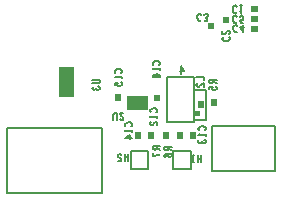
<source format=gbo>
G04 ================== begin FILE IDENTIFICATION RECORD ==================*
G04 Layout Name:  C:/USERS/MSAHADAT3/DROPBOX/GATECH/ETDS_PCB/allegro/ETDS_PCB_V1_3.brd*
G04 Film Name:    SILKSCREEN_BOTTOM*
G04 File Format:  Gerber RS274X*
G04 File Origin:  Cadence Allegro 16.6-S034*
G04 Origin Date:  Mon Aug 24 20:03:50 2015*
G04 *
G04 Layer:  REF DES/SILKSCREEN_BOTTOM*
G04 Layer:  PACKAGE GEOMETRY/SILKSCREEN_BOTTOM*
G04 Layer:  BOARD GEOMETRY/SILKSCREEN_BOTTOM*
G04 *
G04 Offset:    (0.00 0.00)*
G04 Mirror:    No*
G04 Mode:      Positive*
G04 Rotation:  0*
G04 FullContactRelief:  No*
G04 UndefLineWidth:     5.00*
G04 ================== end FILE IDENTIFICATION RECORD ====================*
%FSLAX25Y25*MOIN*%
%IR0*IPPOS*OFA0.00000B0.00000*MIA0B0*SFA1.00000B1.00000*%
%ADD10C,.005*%
G75*
%LPD*%
G75*
G36*
G01X767600Y1689400D02*
X772600D01*
Y1679300D01*
X767600D01*
Y1689400D01*
G37*
G36*
G01X786300Y1680200D02*
X788300D01*
Y1678000D01*
X786300D01*
Y1680200D01*
G37*
G36*
G01X797400Y1667500D02*
X799400D01*
Y1665300D01*
X797400D01*
Y1667500D01*
G37*
G36*
G01X792800D02*
X794800D01*
Y1665300D01*
X792800D01*
Y1667500D01*
G37*
G36*
G01X799200Y1680100D02*
X801200D01*
Y1677900D01*
X799200D01*
Y1680100D01*
G37*
G36*
G01X790200Y1674900D02*
Y1679700D01*
X797100D01*
Y1674900D01*
X790200D01*
G37*
G36*
G01X806900Y1667500D02*
X808900D01*
Y1665300D01*
X806900D01*
Y1667500D01*
G37*
G36*
G01X802300D02*
X804300D01*
Y1665300D01*
X802300D01*
Y1667500D01*
G37*
G36*
G01X811200D02*
X813200D01*
Y1665300D01*
X811200D01*
Y1667500D01*
G37*
G36*
G01X814700Y1673800D02*
G03I-1000J0D01*
G37*
G36*
G01X818300Y1678600D02*
X820300D01*
Y1676400D01*
X818300D01*
Y1678600D01*
G37*
G36*
G01X813900Y1677800D02*
X815900D01*
Y1675600D01*
X813900D01*
Y1677800D01*
G37*
G36*
G01X817200Y1701900D02*
Y1703900D01*
X819400D01*
Y1701900D01*
X817200D01*
G37*
G36*
G01X824300Y1703900D02*
X822300D01*
Y1706100D01*
X824300D01*
Y1703900D01*
G37*
G36*
G01X831700Y1704200D02*
Y1706200D01*
X833900D01*
Y1704200D01*
X831700D01*
G37*
G36*
G01Y1700900D02*
Y1702900D01*
X833900D01*
Y1700900D01*
X831700D01*
G37*
G36*
G01Y1707500D02*
Y1709500D01*
X833900D01*
Y1707500D01*
X831700D01*
G37*
G54D10*
G01X781800Y1647450D02*
Y1669050D01*
X750400D01*
Y1647450D01*
X781800D01*
G01X785713Y1671600D02*
Y1673392D01*
X785820Y1673767D01*
X786033Y1674017D01*
X786300Y1674100D01*
X786567Y1674017D01*
X786780Y1673767D01*
X786887Y1673392D01*
Y1671600D01*
G01X787993Y1672017D02*
X788153Y1671767D01*
X788340Y1671642D01*
X788553Y1671600D01*
X788820Y1671683D01*
X789007Y1671892D01*
X789060Y1672142D01*
X789033Y1672392D01*
X788927Y1672600D01*
X788393Y1673017D01*
X788153Y1673308D01*
X787993Y1673725D01*
X787940Y1674100D01*
X789060D01*
G01X786308Y1687413D02*
X786183Y1687573D01*
X786100Y1687760D01*
Y1687973D01*
X786225Y1688213D01*
X786433Y1688400D01*
X786683Y1688533D01*
X787100Y1688640D01*
X787475Y1688667D01*
X787850Y1688613D01*
X788100Y1688533D01*
X788350Y1688373D01*
X788517Y1688187D01*
X788600Y1688000D01*
Y1687813D01*
X788517Y1687627D01*
X788392Y1687467D01*
X788225Y1687333D01*
G01X788600Y1685800D02*
X786100D01*
X786600Y1686120D01*
G01X788600D02*
Y1685480D01*
G01X788225Y1684187D02*
X788433Y1684027D01*
X788558Y1683840D01*
X788600Y1683600D01*
X788517Y1683360D01*
X788350Y1683173D01*
X788058Y1683040D01*
X787725Y1683013D01*
X787392Y1683067D01*
X787183Y1683200D01*
X787017Y1683387D01*
X786975Y1683573D01*
X787017Y1683760D01*
X787183Y1684000D01*
X786100Y1683920D01*
Y1683200D01*
G01X778700Y1685087D02*
X780492D01*
X780867Y1684980D01*
X781117Y1684767D01*
X781200Y1684500D01*
X781117Y1684233D01*
X780867Y1684020D01*
X780492Y1683913D01*
X778700D01*
G01X780700Y1682887D02*
X780992Y1682727D01*
X781158Y1682513D01*
X781200Y1682273D01*
X781158Y1682060D01*
X780950Y1681847D01*
X780700Y1681713D01*
X780450Y1681687D01*
X780158Y1681740D01*
X779950Y1681927D01*
X779867Y1682113D01*
Y1682353D01*
G01Y1682113D02*
X779742Y1681953D01*
X779533Y1681820D01*
X779283Y1681767D01*
X779033Y1681820D01*
X778825Y1681953D01*
X778700Y1682193D01*
X778742Y1682433D01*
X778908Y1682673D01*
G01X801400Y1662833D02*
X798900D01*
Y1662167D01*
X799025Y1661953D01*
X799192Y1661820D01*
X799525Y1661767D01*
X799858Y1661820D01*
X800067Y1661980D01*
X800192Y1662167D01*
Y1662833D01*
G01Y1662167D02*
X801400Y1661767D01*
G01Y1660153D02*
X800858Y1660100D01*
X800400Y1660020D01*
X799983Y1659913D01*
X799525Y1659780D01*
X798900Y1659567D01*
Y1660633D01*
G01X789708Y1669613D02*
X789583Y1669773D01*
X789500Y1669960D01*
Y1670173D01*
X789625Y1670413D01*
X789833Y1670600D01*
X790083Y1670733D01*
X790500Y1670840D01*
X790875Y1670867D01*
X791250Y1670813D01*
X791500Y1670733D01*
X791750Y1670573D01*
X791917Y1670387D01*
X792000Y1670200D01*
Y1670013D01*
X791917Y1669827D01*
X791792Y1669667D01*
X791625Y1669533D01*
G01X792000Y1668000D02*
X789500D01*
X790000Y1668320D01*
G01X792000D02*
Y1667680D01*
G01Y1665480D02*
X789500D01*
X791292Y1666467D01*
Y1665133D01*
G01X790560Y1657900D02*
Y1660400D01*
G01X789440D02*
Y1657900D01*
G01Y1659150D02*
X790560D01*
G01X788307Y1659983D02*
X788147Y1660233D01*
X787960Y1660358D01*
X787747Y1660400D01*
X787480Y1660317D01*
X787293Y1660108D01*
X787240Y1659858D01*
X787267Y1659608D01*
X787373Y1659400D01*
X787907Y1658983D01*
X788147Y1658692D01*
X788307Y1658275D01*
X788360Y1657900D01*
X787240D01*
G01X797300Y1661200D02*
Y1655400D01*
X791500D01*
Y1661200D01*
X797300D01*
G01X798108Y1674313D02*
X797983Y1674473D01*
X797900Y1674660D01*
Y1674873D01*
X798025Y1675113D01*
X798233Y1675300D01*
X798483Y1675433D01*
X798900Y1675540D01*
X799275Y1675567D01*
X799650Y1675513D01*
X799900Y1675433D01*
X800150Y1675273D01*
X800317Y1675087D01*
X800400Y1674900D01*
Y1674713D01*
X800317Y1674527D01*
X800192Y1674367D01*
X800025Y1674233D01*
G01X800400Y1672700D02*
X797900D01*
X798400Y1673020D01*
G01X800400D02*
Y1672380D01*
G01X798317Y1671007D02*
X798067Y1670847D01*
X797942Y1670660D01*
X797900Y1670447D01*
X797983Y1670180D01*
X798192Y1669993D01*
X798442Y1669940D01*
X798692Y1669967D01*
X798900Y1670073D01*
X799317Y1670607D01*
X799608Y1670847D01*
X800025Y1671007D01*
X800400Y1671060D01*
Y1669940D01*
G01X799008Y1690113D02*
X798883Y1690273D01*
X798800Y1690460D01*
Y1690673D01*
X798925Y1690913D01*
X799133Y1691100D01*
X799383Y1691233D01*
X799800Y1691340D01*
X800175Y1691367D01*
X800550Y1691313D01*
X800800Y1691233D01*
X801050Y1691073D01*
X801217Y1690887D01*
X801300Y1690700D01*
Y1690513D01*
X801217Y1690327D01*
X801092Y1690167D01*
X800925Y1690033D01*
G01X801300Y1688500D02*
X798800D01*
X799300Y1688820D01*
G01X801300D02*
Y1688180D01*
G01X800258Y1686807D02*
X799967Y1686620D01*
X799800Y1686460D01*
X799717Y1686247D01*
X799800Y1686060D01*
X799967Y1685927D01*
X800217Y1685820D01*
X800508Y1685793D01*
X800758Y1685820D01*
X801008Y1685927D01*
X801217Y1686087D01*
X801300Y1686273D01*
X801217Y1686487D01*
X800967Y1686673D01*
X800592Y1686780D01*
X800175Y1686807D01*
X799633Y1686753D01*
X799342Y1686673D01*
X799050Y1686540D01*
X798842Y1686353D01*
X798800Y1686167D01*
X798883Y1685980D01*
X799092Y1685847D01*
G01X805200Y1662633D02*
X802700D01*
Y1661967D01*
X802825Y1661753D01*
X802992Y1661620D01*
X803325Y1661567D01*
X803658Y1661620D01*
X803867Y1661780D01*
X803992Y1661967D01*
Y1662633D01*
G01Y1661967D02*
X805200Y1661567D01*
G01X804158Y1660407D02*
X803867Y1660220D01*
X803700Y1660060D01*
X803617Y1659847D01*
X803700Y1659660D01*
X803867Y1659527D01*
X804117Y1659420D01*
X804408Y1659393D01*
X804658Y1659420D01*
X804908Y1659527D01*
X805117Y1659687D01*
X805200Y1659873D01*
X805117Y1660087D01*
X804867Y1660273D01*
X804492Y1660380D01*
X804075Y1660407D01*
X803533Y1660353D01*
X803242Y1660273D01*
X802950Y1660140D01*
X802742Y1659953D01*
X802700Y1659767D01*
X802783Y1659580D01*
X802992Y1659447D01*
G01X814860Y1657500D02*
Y1660000D01*
G01X813740D02*
Y1657500D01*
G01Y1658750D02*
X814860D01*
G01X812100Y1657500D02*
Y1660000D01*
X812420Y1659500D01*
G01Y1657500D02*
X811780D01*
G01X811500Y1661200D02*
Y1655400D01*
X805700D01*
Y1661200D01*
X811500D01*
G01X812700Y1681600D02*
X816700D01*
Y1671600D01*
X812700D01*
Y1681600D01*
G01Y1685800D02*
Y1670800D01*
X803700D01*
Y1685800D01*
X812700D01*
G01X808180Y1687100D02*
Y1689600D01*
X809167Y1687808D01*
X807833D01*
G01X814208Y1668313D02*
X814083Y1668473D01*
X814000Y1668660D01*
Y1668873D01*
X814125Y1669113D01*
X814333Y1669300D01*
X814583Y1669433D01*
X815000Y1669540D01*
X815375Y1669567D01*
X815750Y1669513D01*
X816000Y1669433D01*
X816250Y1669273D01*
X816417Y1669087D01*
X816500Y1668900D01*
Y1668713D01*
X816417Y1668527D01*
X816292Y1668367D01*
X816125Y1668233D01*
G01X816500Y1666700D02*
X814000D01*
X814500Y1667020D01*
G01X816500D02*
Y1666380D01*
G01X816000Y1665087D02*
X816292Y1664927D01*
X816458Y1664713D01*
X816500Y1664473D01*
X816458Y1664260D01*
X816250Y1664047D01*
X816000Y1663913D01*
X815750Y1663887D01*
X815458Y1663940D01*
X815250Y1664127D01*
X815167Y1664313D01*
Y1664553D01*
G01Y1664313D02*
X815042Y1664153D01*
X814833Y1664020D01*
X814583Y1663967D01*
X814333Y1664020D01*
X814125Y1664153D01*
X814000Y1664393D01*
X814042Y1664633D01*
X814208Y1664873D01*
G01X818600Y1669600D02*
X839600D01*
Y1654500D01*
X818600D01*
Y1669600D01*
G01X820200Y1685033D02*
X817700D01*
Y1684367D01*
X817825Y1684153D01*
X817992Y1684020D01*
X818325Y1683967D01*
X818658Y1684020D01*
X818867Y1684180D01*
X818992Y1684367D01*
Y1685033D01*
G01Y1684367D02*
X820200Y1683967D01*
G01X819825Y1682887D02*
X820033Y1682727D01*
X820158Y1682540D01*
X820200Y1682300D01*
X820117Y1682060D01*
X819950Y1681873D01*
X819658Y1681740D01*
X819325Y1681713D01*
X818992Y1681767D01*
X818783Y1681900D01*
X818617Y1682087D01*
X818575Y1682273D01*
X818617Y1682460D01*
X818783Y1682700D01*
X817700Y1682620D01*
Y1681900D01*
G01X813400Y1686033D02*
X815900D01*
Y1684967D01*
G01X813817Y1683807D02*
X813567Y1683647D01*
X813442Y1683460D01*
X813400Y1683247D01*
X813483Y1682980D01*
X813692Y1682793D01*
X813942Y1682740D01*
X814192Y1682767D01*
X814400Y1682873D01*
X814817Y1683407D01*
X815108Y1683647D01*
X815525Y1683807D01*
X815900Y1683860D01*
Y1682740D01*
G01X826787Y1704208D02*
X826627Y1704083D01*
X826440Y1704000D01*
X826227D01*
X825987Y1704125D01*
X825800Y1704333D01*
X825667Y1704583D01*
X825560Y1705000D01*
X825533Y1705375D01*
X825587Y1705750D01*
X825667Y1706000D01*
X825827Y1706250D01*
X826013Y1706417D01*
X826200Y1706500D01*
X826387D01*
X826573Y1706417D01*
X826733Y1706292D01*
X826867Y1706125D01*
G01X827813D02*
X827973Y1706333D01*
X828160Y1706458D01*
X828400Y1706500D01*
X828640Y1706417D01*
X828827Y1706250D01*
X828960Y1705958D01*
X828987Y1705625D01*
X828933Y1705292D01*
X828800Y1705083D01*
X828613Y1704917D01*
X828427Y1704875D01*
X828240Y1704917D01*
X828000Y1705083D01*
X828080Y1704000D01*
X828800D01*
G01X814887Y1704808D02*
X814727Y1704683D01*
X814540Y1704600D01*
X814327D01*
X814087Y1704725D01*
X813900Y1704933D01*
X813767Y1705183D01*
X813660Y1705600D01*
X813633Y1705975D01*
X813687Y1706350D01*
X813767Y1706600D01*
X813927Y1706850D01*
X814113Y1707017D01*
X814300Y1707100D01*
X814487D01*
X814673Y1707017D01*
X814833Y1706892D01*
X814967Y1706725D01*
G01X815913Y1706600D02*
X816073Y1706892D01*
X816287Y1707058D01*
X816527Y1707100D01*
X816740Y1707058D01*
X816953Y1706850D01*
X817087Y1706600D01*
X817113Y1706350D01*
X817060Y1706058D01*
X816873Y1705850D01*
X816687Y1705767D01*
X816447D01*
G01X816687D02*
X816847Y1705642D01*
X816980Y1705433D01*
X817033Y1705183D01*
X816980Y1704933D01*
X816847Y1704725D01*
X816607Y1704600D01*
X816367Y1704642D01*
X816127Y1704808D01*
G01X824292Y1699187D02*
X824417Y1699027D01*
X824500Y1698840D01*
Y1698627D01*
X824375Y1698387D01*
X824167Y1698200D01*
X823917Y1698067D01*
X823500Y1697960D01*
X823125Y1697933D01*
X822750Y1697987D01*
X822500Y1698067D01*
X822250Y1698227D01*
X822083Y1698413D01*
X822000Y1698600D01*
Y1698787D01*
X822083Y1698973D01*
X822208Y1699133D01*
X822375Y1699267D01*
G01X824083Y1700293D02*
X824333Y1700453D01*
X824458Y1700640D01*
X824500Y1700853D01*
X824417Y1701120D01*
X824208Y1701307D01*
X823958Y1701360D01*
X823708Y1701333D01*
X823500Y1701227D01*
X823083Y1700693D01*
X822792Y1700453D01*
X822375Y1700293D01*
X822000Y1700240D01*
Y1701360D01*
G01X826887Y1701008D02*
X826727Y1700883D01*
X826540Y1700800D01*
X826327D01*
X826087Y1700925D01*
X825900Y1701133D01*
X825767Y1701383D01*
X825660Y1701800D01*
X825633Y1702175D01*
X825687Y1702550D01*
X825767Y1702800D01*
X825927Y1703050D01*
X826113Y1703217D01*
X826300Y1703300D01*
X826487D01*
X826673Y1703217D01*
X826833Y1703092D01*
X826967Y1702925D01*
G01X828820Y1703300D02*
Y1700800D01*
X827833Y1702592D01*
X829167D01*
G01X826687Y1707508D02*
X826527Y1707383D01*
X826340Y1707300D01*
X826127D01*
X825887Y1707425D01*
X825700Y1707633D01*
X825567Y1707883D01*
X825460Y1708300D01*
X825433Y1708675D01*
X825487Y1709050D01*
X825567Y1709300D01*
X825727Y1709550D01*
X825913Y1709717D01*
X826100Y1709800D01*
X826287D01*
X826473Y1709717D01*
X826633Y1709592D01*
X826767Y1709425D01*
G01X828300Y1709800D02*
Y1707300D01*
X827980Y1707800D01*
G01Y1709800D02*
X828620D01*
M02*

</source>
